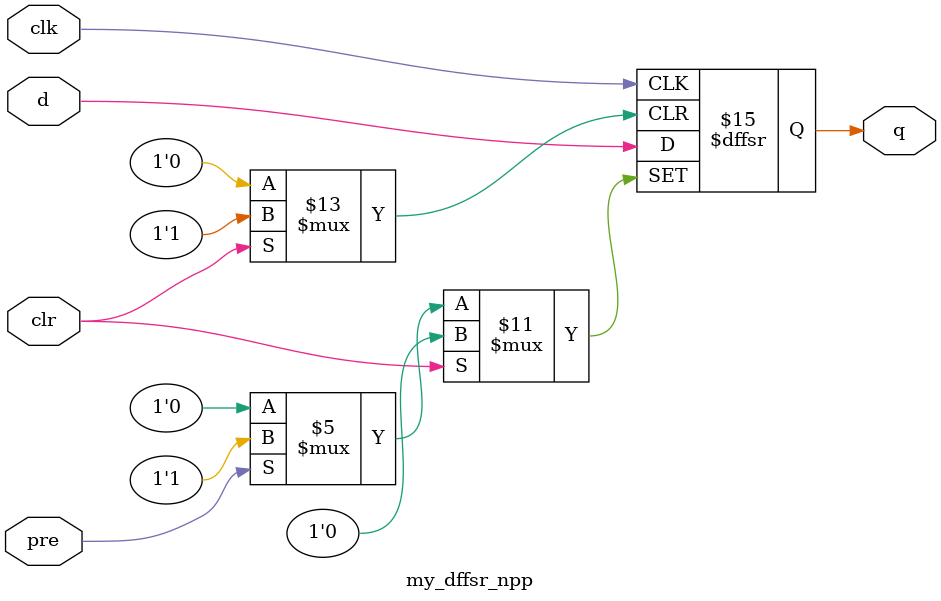
<source format=v>
module my_dffsr_npp (
    input d,
    clk,
    pre,
    clr,
    output reg q
);
  initial q <= 1'b0;
  always @(negedge clk or posedge pre or posedge clr)
    if (pre) q <= 1'b1;
    else if (clr) q <= 1'b0;
    else q <= d;
endmodule
</source>
